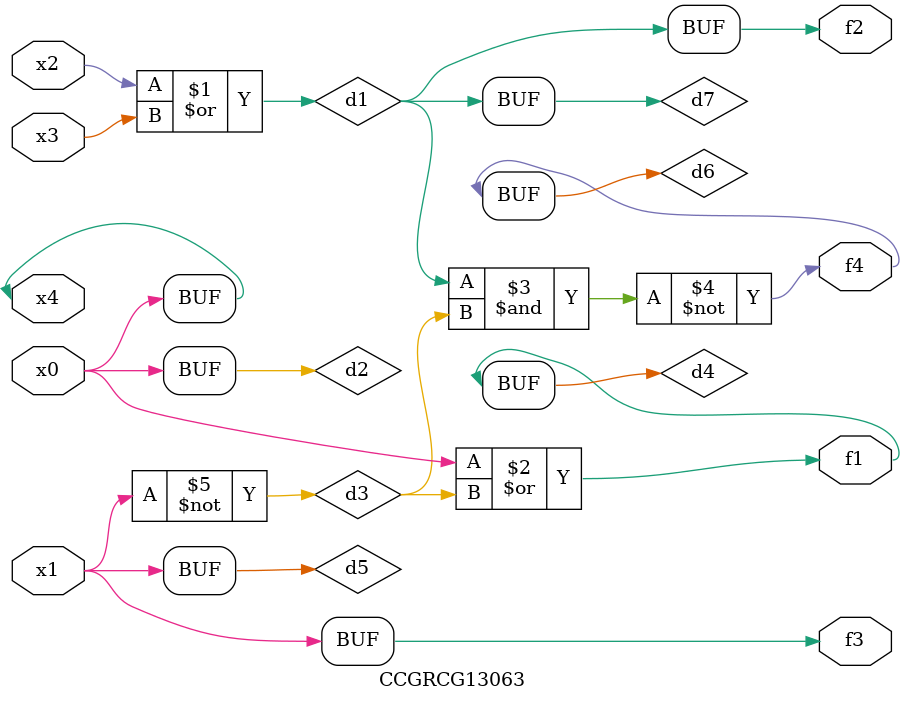
<source format=v>
module CCGRCG13063(
	input x0, x1, x2, x3, x4,
	output f1, f2, f3, f4
);

	wire d1, d2, d3, d4, d5, d6, d7;

	or (d1, x2, x3);
	buf (d2, x0, x4);
	not (d3, x1);
	or (d4, d2, d3);
	not (d5, d3);
	nand (d6, d1, d3);
	or (d7, d1);
	assign f1 = d4;
	assign f2 = d7;
	assign f3 = d5;
	assign f4 = d6;
endmodule

</source>
